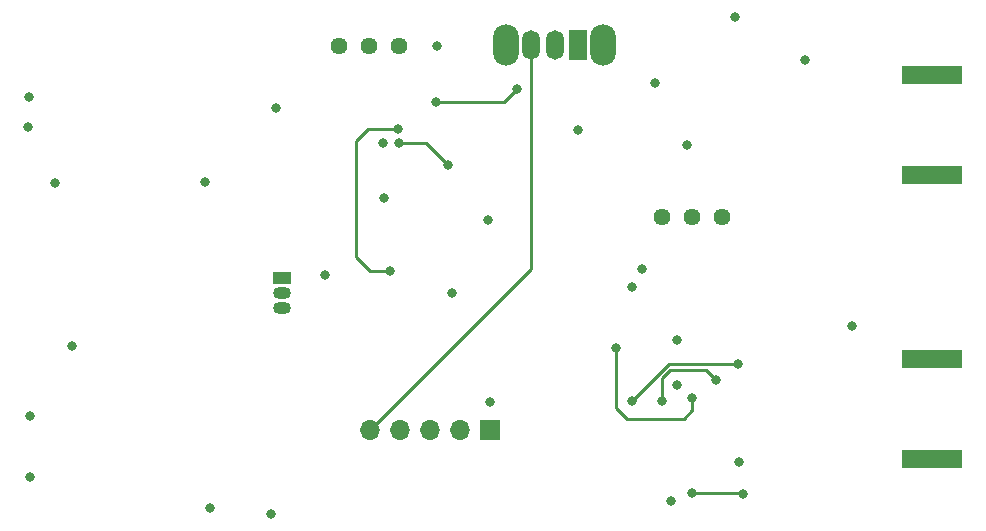
<source format=gbr>
%TF.GenerationSoftware,KiCad,Pcbnew,6.0.7*%
%TF.CreationDate,2022-10-10T19:28:50-04:00*%
%TF.ProjectId,RadarProject,52616461-7250-4726-9f6a-6563742e6b69,rev?*%
%TF.SameCoordinates,Original*%
%TF.FileFunction,Copper,L4,Bot*%
%TF.FilePolarity,Positive*%
%FSLAX46Y46*%
G04 Gerber Fmt 4.6, Leading zero omitted, Abs format (unit mm)*
G04 Created by KiCad (PCBNEW 6.0.7) date 2022-10-10 19:28:50*
%MOMM*%
%LPD*%
G01*
G04 APERTURE LIST*
%TA.AperFunction,ComponentPad*%
%ADD10C,1.440000*%
%TD*%
%TA.AperFunction,ComponentPad*%
%ADD11R,1.500000X1.050000*%
%TD*%
%TA.AperFunction,ComponentPad*%
%ADD12O,1.500000X1.050000*%
%TD*%
%TA.AperFunction,SMDPad,CuDef*%
%ADD13R,5.080000X1.500000*%
%TD*%
%TA.AperFunction,ComponentPad*%
%ADD14R,1.700000X1.700000*%
%TD*%
%TA.AperFunction,ComponentPad*%
%ADD15O,1.700000X1.700000*%
%TD*%
%TA.AperFunction,ComponentPad*%
%ADD16O,2.200000X3.500000*%
%TD*%
%TA.AperFunction,ComponentPad*%
%ADD17R,1.500000X2.500000*%
%TD*%
%TA.AperFunction,ComponentPad*%
%ADD18O,1.500000X2.500000*%
%TD*%
%TA.AperFunction,ViaPad*%
%ADD19C,0.800000*%
%TD*%
%TA.AperFunction,Conductor*%
%ADD20C,0.250000*%
%TD*%
G04 APERTURE END LIST*
D10*
%TO.P,RV1,1,1*%
%TO.N,+5V*%
X56810000Y-25797500D03*
%TO.P,RV1,2,2*%
%TO.N,Net-(R8-Pad1)*%
X54270000Y-25797500D03*
%TO.P,RV1,3,3*%
%TO.N,Earth*%
X51730000Y-25797500D03*
%TD*%
D11*
%TO.P,Q1,1,B*%
%TO.N,Net-(Q1-Pad1)*%
X46902500Y-45420000D03*
D12*
%TO.P,Q1,2,C*%
%TO.N,Net-(Q1-Pad2)*%
X46902500Y-46690000D03*
%TO.P,Q1,3,E*%
%TO.N,Earth*%
X46902500Y-47960000D03*
%TD*%
D13*
%TO.P,J2,2,Ext*%
%TO.N,Net-(AE2-Pad1)*%
X102000000Y-60750000D03*
X102000000Y-52250000D03*
%TD*%
%TO.P,J1,2,Ext*%
%TO.N,Net-(AE1-Pad1)*%
X102000000Y-28250000D03*
X102000000Y-36750000D03*
%TD*%
D14*
%TO.P,J3,1,Pin_1*%
%TO.N,Earth*%
X64570000Y-58320000D03*
D15*
%TO.P,J3,2,Pin_2*%
%TO.N,unconnected-(J3-Pad2)*%
X62030000Y-58320000D03*
%TO.P,J3,3,Pin_3*%
%TO.N,Net-(J3-Pad3)*%
X59490000Y-58320000D03*
%TO.P,J3,4,Pin_4*%
%TO.N,+5V*%
X56950000Y-58320000D03*
%TO.P,J3,5,Pin_5*%
%TO.N,Net-(J3-Pad5)*%
X54410000Y-58320000D03*
%TD*%
D10*
%TO.P,RV2,1,1*%
%TO.N,Net-(R6-Pad2)*%
X79110000Y-40247500D03*
%TO.P,RV2,2,2*%
%TO.N,Net-(R12-Pad1)*%
X81650000Y-40247500D03*
%TO.P,RV2,3,3*%
X84190000Y-40247500D03*
%TD*%
D16*
%TO.P,SW1,*%
%TO.N,*%
X65930000Y-25710000D03*
X74130000Y-25710000D03*
D17*
%TO.P,SW1,1,A*%
%TO.N,Net-(R31-Pad2)*%
X72030000Y-25710000D03*
D18*
%TO.P,SW1,2,B*%
%TO.N,Net-(C11-Pad2)*%
X70030000Y-25710000D03*
%TO.P,SW1,3,C*%
%TO.N,Net-(J3-Pad5)*%
X68030000Y-25710000D03*
%TD*%
D19*
%TO.N,Earth*%
X25610000Y-62280000D03*
X78510000Y-28920000D03*
X76540000Y-46220000D03*
X40860000Y-64920000D03*
X40400000Y-37340000D03*
X46020000Y-65380000D03*
X64370000Y-40520000D03*
X72040000Y-32940000D03*
X25540000Y-30110000D03*
X80380000Y-50670000D03*
X55550000Y-38680000D03*
X29196250Y-51200000D03*
X91240000Y-26940000D03*
X64560000Y-55970000D03*
X27700000Y-37350000D03*
%TO.N,+5V*%
X77420000Y-44710000D03*
X80380000Y-54480000D03*
X55530000Y-34000000D03*
X60060000Y-25800000D03*
X50570000Y-45170000D03*
X85620000Y-60970000D03*
X81240000Y-34140000D03*
X95190000Y-49500000D03*
X61360000Y-46690000D03*
X46390000Y-31000000D03*
X85260000Y-23330000D03*
X25590000Y-57150000D03*
X79840000Y-64330000D03*
X25450000Y-32650000D03*
%TO.N,Net-(C10-Pad1)*%
X76570000Y-55847500D03*
X85530000Y-52687500D03*
%TO.N,Net-(C11-Pad2)*%
X59982500Y-30557500D03*
X66830000Y-29440000D03*
%TO.N,Net-(C12-Pad1)*%
X79110000Y-55837500D03*
X83710000Y-54097500D03*
%TO.N,Net-(C14-Pad1)*%
X75180000Y-51397500D03*
X81650000Y-55597500D03*
%TO.N,Net-(R24-Pad2)*%
X85950000Y-63677500D03*
X81680000Y-63667500D03*
%TO.N,Net-(C11-Pad1)*%
X56790000Y-32820000D03*
X56077500Y-44832500D03*
%TO.N,Net-(R11-Pad2)*%
X61032500Y-35867500D03*
X56802500Y-33997500D03*
%TD*%
D20*
%TO.N,Net-(C10-Pad1)*%
X85530000Y-52687500D02*
X79700000Y-52687500D01*
X79700000Y-52687500D02*
X76570000Y-55817500D01*
%TO.N,Net-(C11-Pad2)*%
X65712500Y-30557500D02*
X66830000Y-29440000D01*
X59982500Y-30557500D02*
X65712500Y-30557500D01*
%TO.N,Net-(C12-Pad1)*%
X83710000Y-54097500D02*
X82809448Y-53196948D01*
X82809448Y-53196948D02*
X79826948Y-53196948D01*
X79110000Y-53913896D02*
X79110000Y-55837500D01*
X79826948Y-53196948D02*
X79110000Y-53913896D01*
%TO.N,Net-(C14-Pad1)*%
X76110000Y-57337500D02*
X80932500Y-57337500D01*
X80932500Y-57337500D02*
X81650000Y-56620000D01*
X75180000Y-51397500D02*
X75180000Y-56407500D01*
X81650000Y-56620000D02*
X81650000Y-55597500D01*
X75180000Y-56407500D02*
X76110000Y-57337500D01*
%TO.N,Net-(J3-Pad5)*%
X68030000Y-44700000D02*
X68030000Y-25710000D01*
X54410000Y-58320000D02*
X68030000Y-44700000D01*
%TO.N,Net-(R24-Pad2)*%
X81680000Y-63667500D02*
X85950000Y-63667500D01*
%TO.N,Net-(C11-Pad1)*%
X56790000Y-32820000D02*
X54190000Y-32820000D01*
X54362500Y-44832500D02*
X56077500Y-44832500D01*
X53180000Y-43650000D02*
X54362500Y-44832500D01*
X53180000Y-33830000D02*
X53180000Y-43650000D01*
X54190000Y-32820000D02*
X53180000Y-33830000D01*
%TO.N,Net-(R11-Pad2)*%
X61032500Y-35867500D02*
X59162500Y-33997500D01*
X59162500Y-33997500D02*
X56802500Y-33997500D01*
%TD*%
M02*

</source>
